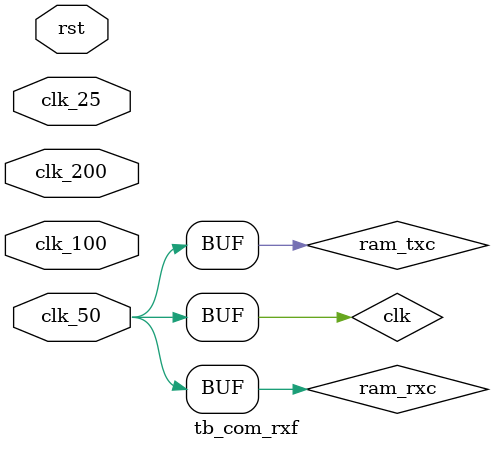
<source format=v>
module tb_com_rxf(
    input clk_25,
    input clk_50,
    input clk_100,
    input clk_200,
    input rst
);

    reg [7:0] state; 
    reg [7:0] next_state;
    localparam IDLE = 8'h00, WAIT = 8'h01, DONE = 8'h02;
    localparam RAM_TX = 8'h10, RAM_RX = 8'h11;
    localparam PACK = 8'h20, TACK = 8'h21, PNAK = 8'h22, TNAK = 8'h23;
    localparam PSTALL = 8'h24, TSTALL = 8'h25;
    localparam WACK = 8'h28, RACK = 8'h29, WNAK = 8'h2A, RNAK = 8'h2B;
    localparam WSTALL = 8'h2C, RSTALL = 8'h2D;
    localparam PLINK = 8'h30, DLINK = 8'h31, PTYPE = 8'h32, DTYPE = 8'h33;
    localparam PTEMP = 8'h34, DTEMP = 8'h35, PDATA = 8'h36, DATA0 = 8'h37;
    localparam WLINK = 8'h38, RLINK = 8'h39, WTYPE = 8'h3A, RTYPE = 8'h3B;
    localparam WTEMP = 8'h3C, RTEMP = 8'h3D, WDATA = 8'h3E, RDATA = 8'h3F;

    wire ram_txc, ram_rxc;
    wire [11:0] ram_in_txa, ram_in_rxa;
    wire [7:0] ram_in_txd, ram_in_rxd;
    wire ram_in_txen;
    wire [11:0] ram_out_txa, ram_out_rxa;
    wire [7:0] ram_out_txd, ram_out_rxd;
    wire ram_out_txen;

    wire fs_ram_tx, fd_ram_tx;
    wire fs_typec_tx, fd_typec_tx;
    wire fs_com_rx, fd_com_rx;
    wire fs_ram_rx, fd_ram_rx;

    wire [7:0] com_txd, com_rxd;

    reg [3:0] tx_btype;
    wire [3:0] rx_btype;
    wire [7:0] rx_bdata;
    wire [3:0] rx_didx, rx_ddidx;
    wire [3:0] rx_stat;
    wire [11:0] rx_data_len;
    
    wire clk;
    wire fire;
    wire [3:0] pin;


    localparam BAG_INIT = 4'b0000; 
    localparam BAG_ACK = 4'b0001, BAG_NAK = 4'b0010, BAG_STALL = 4'b0011;
    localparam BAG_DIDX = 4'b0101, BAG_DPARAM = 4'b0110, BAG_DDIDX = 4'b0111;
    localparam BAG_DLINK = 4'b1000, BAG_DTYPE = 4'b1001, BAG_DTEMP = 4'b1010;
    localparam BAG_DHEAD = 4'b1100, BAG_DATA0 = 4'b1101, BAG_DATA1 = 4'b1110;

    localparam RAM_ADDR = 12'h21;

    assign fs_ram_tx = (state == RAM_TX);
    assign fs_typec_tx = (state == TACK) || (state == TNAK) || (state == TSTALL) || (state == DLINK) || (state == DTYPE) || (state == DTEMP) || (state == DATA0);
    assign fd_com_rx = (state == RACK) || (state == RNAK) || (state == RSTALL) || (state == RLINK) || (state == RTYPE) || (state == RTEMP) || (state == RDATA);
    assign fs_ram_rx = (state == RAM_RX);
    assign ram_txc = clk_50;
    assign ram_rxc = clk_50;
    assign clk = clk_50;
    
    always@(posedge clk or posedge rst) begin
        if(rst) state <= IDLE;
        else state <= next_state;
    end
    
    always@(*) begin
        case(state)
            IDLE: next_state <= WAIT;
            WAIT: next_state <= RAM_TX;
            RAM_TX: begin
                if(fd_ram_tx) next_state <= PACK;
                else next_state <= RAM_TX;
            end
            PACK: next_state <= TACK;
            TACK: begin
                if(fd_typec_tx) next_state <= WACK;
                else next_state <= TACK;
            end
            WACK: begin
                if(fs_com_rx) next_state <= RACK;
                else next_state <= WACK;
            end
            RACK: begin
                if(~fs_com_rx) next_state <= PNAK;
                else next_state <= RACK;
            end
            
            PNAK: next_state <= TNAK;
            TNAK: begin
                if(fd_typec_tx) next_state <= WNAK;
                else next_state <= TNAK;
            end
            WNAK: begin
                if(fs_com_rx) next_state <= RNAK;  
                else next_state <= WNAK;
            end
            RNAK: begin
                if(~fs_com_rx) next_state <= PSTALL;
                else next_state <= RNAK;
            end

            PSTALL: next_state <= TSTALL;
            TSTALL: begin
                if(fd_typec_tx) next_state <= WSTALL;
                else next_state <= TSTALL;
            end
            WSTALL: begin
                if(fs_com_rx) next_state <= RSTALL;
                else next_state <= WSTALL;
            end
            RSTALL: begin
                if(~fs_com_rx) next_state <= PLINK;
                else next_state <= RSTALL;
            end
            
            PLINK: next_state <= DLINK;
            DLINK: begin
                if(fd_typec_tx) next_state <= WLINK;
                else next_state <= DLINK;
            end
            WLINK: begin
                if(fs_com_rx) next_state <= RLINK;
                else next_state <= WLINK;
            end
            RLINK: begin
                if(~fs_com_rx) next_state <= PTYPE;
                else next_state <= RLINK;
            end

            PTYPE: next_state <= DTYPE;
            DTYPE: begin
                if(fd_typec_tx) next_state <= WTYPE;
                else next_state <= DTYPE;
            end
            WTYPE: begin
                if(fs_com_rx) next_state <= RTYPE;
                else next_state <= WTYPE;
            end
            RTYPE: begin
                if(~fs_com_rx) next_state <= PTEMP;
                else next_state <= RTYPE;
            end

            PTEMP: next_state <= DTEMP;
            DTEMP: begin
                if(fd_typec_tx) next_state <= WTEMP;
                else next_state <= DTEMP;
            end
            WTEMP: begin
                if(fs_com_rx) next_state <= RTEMP;
                else next_state <= WTEMP;
            end
            RTEMP: begin
                if(~fs_com_rx) next_state <= PDATA;
                else next_state <= RTEMP;
            end

            PDATA: next_state <= DATA0;
            DATA0: begin
                if(fd_typec_tx) next_state <= WDATA;
                else next_state <= DATA0;
            end
            WDATA: begin
                if(fs_com_rx) next_state <= RDATA;
                else next_state <= WDATA;
            end
            RDATA: begin
                if(~fs_com_rx) next_state <= RAM_RX;
                else next_state <= RDATA;
            end
            RAM_RX: begin
                if(fd_ram_rx) next_state <= DONE;
                else next_state <= RAM_RX;
            end

            DONE: next_state <= PACK;
            default: next_state <= IDLE;
        endcase
    end

    always@(posedge clk or posedge rst) begin
        if(rst) tx_btype <= BAG_INIT;
        else if(state == PACK) tx_btype <= BAG_ACK;
        else if(state == PNAK) tx_btype <= BAG_NAK;
        else if(state == PSTALL) tx_btype <= BAG_STALL;
        else if(state == PLINK) tx_btype <= BAG_DLINK;
        else if(state == PTYPE) tx_btype <= BAG_DTYPE;
        else if(state == PTEMP) tx_btype <= BAG_DTEMP;
        else if(state == PDATA) tx_btype <= BAG_DATA0;
        else tx_btype <= tx_btype;
    end


    ram_tx
    ram_tx_dut(
        .clk(clk_50),
        .rst(rst),

        .fs(fs_ram_tx),
        .fd(fd_ram_tx),

        .addr_init(12'h000),
        .data_len(12'h100),

        .ram_txa(ram_in_txa),
        .ram_txd(ram_in_txd),
        .ram_txen(ram_in_txen)
    );

    ram_rx
    ram_rx_dut(
        .clk(clk_50),
        .rst(rst),
        .fs(fs_ram_rx),
        .fd(fd_ram_rx),
        .ram_rxa_init(RAM_ADDR),
        .data_len(12'h055),
        .ram_rxa(ram_out_rxa),
        .ram_rxd(ram_out_rxd)
    );    


    typec_tx
    typec_tx_dut(
        .clk(clk_50),
        .rst(rst),

        .fs(fs_typec_tx),
        .fd(fd_typec_tx),

        .ram_addr_init(12'h031),
        .data_len(12'h050),

        .btype(tx_btype),

        .didx(4'h5),
        .type(8'hFF),
        .temp(8'h63),
        .head(8'h4F),

        .ram_rxd(ram_in_rxd),
        .ram_rxa(ram_in_rxa),
        .com_txd(com_txd)
    );

    com_rx
    com_rx_dut(
        .clk(clk_50),
        .rst(rst),

        .fs(fs_com_rx),
        .fd(fd_com_rx),

        .com_rxd(com_rxd),
        .btype(rx_btype),
        .bdata(rx_bdata),
        .device_idx(rx_didx),
        .data_idx(rx_ddidx),
        .device_stat(rx_stat),

        .ram_txa_init(RAM_ADDR),
        .ram_txa(ram_out_txa),
        .ram_txd(ram_out_txd),
        .ram_txen(ram_out_txen),
        .data_len(rx_data_len)

    );

    com_rxf
    com_rxf_dut(
        .clk(clk_100),
        .rst(rst),

        .fire(fire),
        .din(pin),
        .dout(com_rxd)
    );

    typec_txf
    typec_txf_dut(
        .clk(clk_100),
        .rst(rst),

        .fs(fs_typec_tx),

        .din(com_txd),
        .dout(pin),
        .fire(fire)
    );


    ram
    ram_in(
        .clka(ram_txc),
        .addra(ram_in_txa),
        .dina(ram_in_txd),
        .wea(ram_in_txen),

        .clkb(ram_rxc),
        .addrb(ram_in_rxa),
        .doutb(ram_in_rxd)
    );

    ram
    ram_out(
        .clka(ram_txc),
        .addra(ram_out_txa),
        .dina(ram_out_txd),
        .wea(ram_out_txen),

        .clkb(ram_rxc),
        .addrb(ram_out_rxa),
        .doutb(ram_out_rxd)
    );



endmodule
</source>
